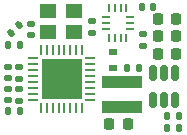
<source format=gbr>
%TF.GenerationSoftware,KiCad,Pcbnew,6.0.8*%
%TF.CreationDate,2022-11-02T10:42:09+03:00*%
%TF.ProjectId,esplog_hv,6573706c-6f67-45f6-9876-2e6b69636164,rev?*%
%TF.SameCoordinates,Original*%
%TF.FileFunction,Soldermask,Top*%
%TF.FilePolarity,Negative*%
%FSLAX46Y46*%
G04 Gerber Fmt 4.6, Leading zero omitted, Abs format (unit mm)*
G04 Created by KiCad (PCBNEW 6.0.8) date 2022-11-02 10:42:09*
%MOMM*%
%LPD*%
G01*
G04 APERTURE LIST*
G04 Aperture macros list*
%AMRoundRect*
0 Rectangle with rounded corners*
0 $1 Rounding radius*
0 $2 $3 $4 $5 $6 $7 $8 $9 X,Y pos of 4 corners*
0 Add a 4 corners polygon primitive as box body*
4,1,4,$2,$3,$4,$5,$6,$7,$8,$9,$2,$3,0*
0 Add four circle primitives for the rounded corners*
1,1,$1+$1,$2,$3*
1,1,$1+$1,$4,$5*
1,1,$1+$1,$6,$7*
1,1,$1+$1,$8,$9*
0 Add four rect primitives between the rounded corners*
20,1,$1+$1,$2,$3,$4,$5,0*
20,1,$1+$1,$4,$5,$6,$7,0*
20,1,$1+$1,$6,$7,$8,$9,0*
20,1,$1+$1,$8,$9,$2,$3,0*%
G04 Aperture macros list end*
%ADD10RoundRect,0.140000X-0.021213X0.219203X-0.219203X0.021213X0.021213X-0.219203X0.219203X-0.021213X0*%
%ADD11RoundRect,0.140000X-0.170000X0.140000X-0.170000X-0.140000X0.170000X-0.140000X0.170000X0.140000X0*%
%ADD12RoundRect,0.140000X0.170000X-0.140000X0.170000X0.140000X-0.170000X0.140000X-0.170000X-0.140000X0*%
%ADD13RoundRect,0.135000X-0.135000X-0.185000X0.135000X-0.185000X0.135000X0.185000X-0.135000X0.185000X0*%
%ADD14RoundRect,0.062500X-0.375000X-0.062500X0.375000X-0.062500X0.375000X0.062500X-0.375000X0.062500X0*%
%ADD15RoundRect,0.062500X-0.062500X-0.375000X0.062500X-0.375000X0.062500X0.375000X-0.062500X0.375000X0*%
%ADD16R,3.450000X3.450000*%
%ADD17RoundRect,0.140000X-0.140000X-0.170000X0.140000X-0.170000X0.140000X0.170000X-0.140000X0.170000X0*%
%ADD18RoundRect,0.140000X0.140000X0.170000X-0.140000X0.170000X-0.140000X-0.170000X0.140000X-0.170000X0*%
%ADD19R,0.700000X0.600000*%
%ADD20RoundRect,0.147500X0.172500X-0.147500X0.172500X0.147500X-0.172500X0.147500X-0.172500X-0.147500X0*%
%ADD21RoundRect,0.150000X0.150000X-0.512500X0.150000X0.512500X-0.150000X0.512500X-0.150000X-0.512500X0*%
%ADD22RoundRect,0.135000X0.185000X-0.135000X0.185000X0.135000X-0.185000X0.135000X-0.185000X-0.135000X0*%
%ADD23RoundRect,0.225000X0.225000X0.250000X-0.225000X0.250000X-0.225000X-0.250000X0.225000X-0.250000X0*%
%ADD24R,0.250000X0.675000*%
%ADD25R,0.675000X0.250000*%
%ADD26R,1.400000X1.200000*%
%ADD27RoundRect,0.135000X-0.185000X0.135000X-0.185000X-0.135000X0.185000X-0.135000X0.185000X0.135000X0*%
%ADD28R,3.400000X1.000000*%
G04 APERTURE END LIST*
D10*
%TO.C,C9*%
X84727422Y-56090178D03*
X84048600Y-56769000D03*
%TD*%
D11*
%TO.C,C2*%
X85699600Y-56037600D03*
X85699600Y-56997600D03*
%TD*%
D12*
%TO.C,C4*%
X83769200Y-60655200D03*
X83769200Y-59695200D03*
%TD*%
D13*
%TO.C,R3*%
X97250600Y-63855600D03*
X98270600Y-63855600D03*
%TD*%
D14*
%TO.C,U1*%
X85852900Y-58956000D03*
X85852900Y-59456000D03*
X85852900Y-59956000D03*
X85852900Y-60456000D03*
X85852900Y-60956000D03*
X85852900Y-61456000D03*
X85852900Y-61956000D03*
X85852900Y-62456000D03*
D15*
X86540400Y-63143500D03*
X87040400Y-63143500D03*
X87540400Y-63143500D03*
X88040400Y-63143500D03*
X88540400Y-63143500D03*
X89040400Y-63143500D03*
X89540400Y-63143500D03*
X90040400Y-63143500D03*
D14*
X90727900Y-62456000D03*
X90727900Y-61956000D03*
X90727900Y-61456000D03*
X90727900Y-60956000D03*
X90727900Y-60456000D03*
X90727900Y-59956000D03*
X90727900Y-59456000D03*
X90727900Y-58956000D03*
D15*
X90040400Y-58268500D03*
X89540400Y-58268500D03*
X89040400Y-58268500D03*
X88540400Y-58268500D03*
X88040400Y-58268500D03*
X87540400Y-58268500D03*
X87040400Y-58268500D03*
X86540400Y-58268500D03*
D16*
X88290400Y-60706000D03*
%TD*%
D17*
%TO.C,C8*%
X83774400Y-57861200D03*
X84734400Y-57861200D03*
%TD*%
%TO.C,C6*%
X83774400Y-63398400D03*
X84734400Y-63398400D03*
%TD*%
D18*
%TO.C,C12*%
X96032200Y-54584600D03*
X95072200Y-54584600D03*
%TD*%
D13*
%TO.C,R2*%
X97252600Y-64846200D03*
X98272600Y-64846200D03*
%TD*%
D19*
%TO.C,D1*%
X92684600Y-59780400D03*
X92684600Y-58380400D03*
%TD*%
D20*
%TO.C,L1*%
X84709000Y-60684000D03*
X84709000Y-59714000D03*
%TD*%
D21*
%TO.C,IC1*%
X96027800Y-62478500D03*
X96977800Y-62478500D03*
X97927800Y-62478500D03*
X97927800Y-60203500D03*
X96977800Y-60203500D03*
X96027800Y-60203500D03*
%TD*%
D22*
%TO.C,R4*%
X95222600Y-57937400D03*
X95222600Y-56917400D03*
%TD*%
D12*
%TO.C,C1*%
X90830400Y-56763800D03*
X90830400Y-55803800D03*
%TD*%
D23*
%TO.C,C7*%
X93901800Y-64541400D03*
X92351800Y-64541400D03*
%TD*%
%TO.C,C11*%
X97969000Y-55600600D03*
X96419000Y-55600600D03*
%TD*%
D24*
%TO.C,U2*%
X93787950Y-54676300D03*
X93287950Y-54676300D03*
X92787950Y-54676300D03*
X92287950Y-54676300D03*
D25*
X92025450Y-55438800D03*
X92025450Y-55938800D03*
X92025450Y-56438800D03*
D24*
X92287950Y-57201300D03*
X92787950Y-57201300D03*
X93287950Y-57201300D03*
X93787950Y-57201300D03*
D25*
X94050450Y-56438800D03*
X94050450Y-55938800D03*
X94050450Y-55438800D03*
%TD*%
D23*
%TO.C,C14*%
X97969000Y-57073800D03*
X96419000Y-57073800D03*
%TD*%
D26*
%TO.C,Y1*%
X89365000Y-54979200D03*
X87165000Y-54979200D03*
X87165000Y-56679200D03*
X89365000Y-56679200D03*
%TD*%
D23*
%TO.C,C13*%
X97969000Y-58547000D03*
X96419000Y-58547000D03*
%TD*%
D11*
%TO.C,C3*%
X83769200Y-61552000D03*
X83769200Y-62512000D03*
%TD*%
D27*
%TO.C,R1*%
X84709000Y-61540800D03*
X84709000Y-62560800D03*
%TD*%
D28*
%TO.C,L2*%
X93371000Y-60968200D03*
X93371000Y-63068200D03*
%TD*%
D18*
%TO.C,C10*%
X94811000Y-59766200D03*
X93851000Y-59766200D03*
%TD*%
M02*

</source>
